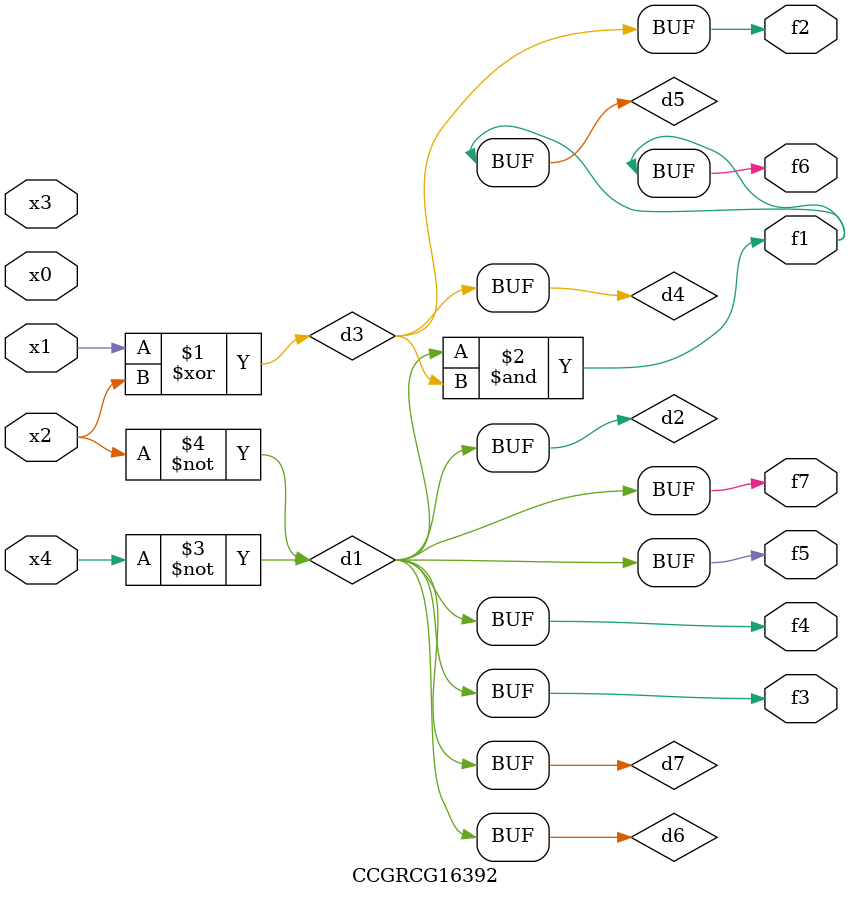
<source format=v>
module CCGRCG16392(
	input x0, x1, x2, x3, x4,
	output f1, f2, f3, f4, f5, f6, f7
);

	wire d1, d2, d3, d4, d5, d6, d7;

	not (d1, x4);
	not (d2, x2);
	xor (d3, x1, x2);
	buf (d4, d3);
	and (d5, d1, d3);
	buf (d6, d1, d2);
	buf (d7, d2);
	assign f1 = d5;
	assign f2 = d4;
	assign f3 = d7;
	assign f4 = d7;
	assign f5 = d7;
	assign f6 = d5;
	assign f7 = d7;
endmodule

</source>
